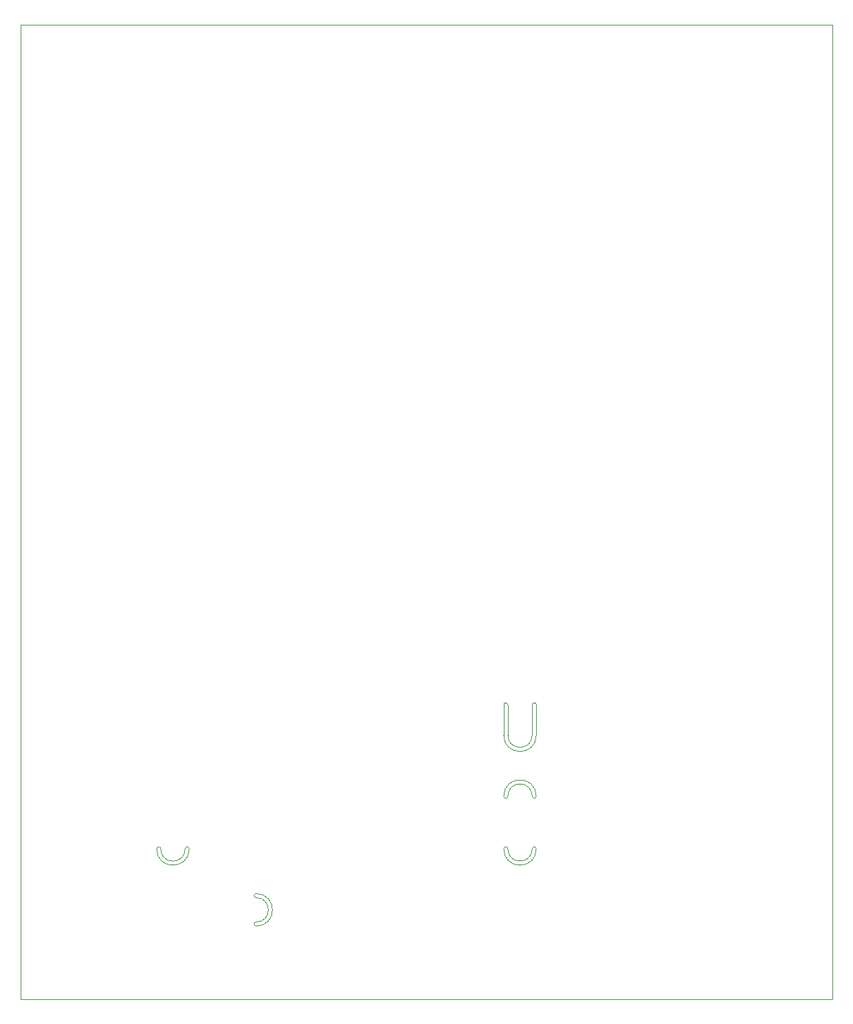
<source format=gbr>
%TF.GenerationSoftware,KiCad,Pcbnew,7.0.1*%
%TF.CreationDate,2023-04-12T20:57:29-06:00*%
%TF.ProjectId,Panoptes,50616e6f-7074-4657-932e-6b696361645f,3.0*%
%TF.SameCoordinates,PX16e3600PY1ba8140*%
%TF.FileFunction,Profile,NP*%
%FSLAX46Y46*%
G04 Gerber Fmt 4.6, Leading zero omitted, Abs format (unit mm)*
G04 Created by KiCad (PCBNEW 7.0.1) date 2023-04-12 20:57:29*
%MOMM*%
%LPD*%
G01*
G04 APERTURE LIST*
%TA.AperFunction,Profile*%
%ADD10C,0.100000*%
%TD*%
G04 APERTURE END LIST*
D10*
X17250000Y-101500000D02*
G75*
G03*
X20250000Y-101500000I1500000J0D01*
G01*
X63500000Y-83750000D02*
G75*
G03*
X63000000Y-83750000I-250000J0D01*
G01*
X29000000Y-110500000D02*
G75*
G03*
X29000000Y-111000000I0J-250000D01*
G01*
X29000000Y-110500000D02*
G75*
G03*
X29000000Y-107500000I0J1500000D01*
G01*
X63000000Y-87500000D02*
X63000000Y-83750000D01*
X60000000Y-101500000D02*
G75*
G03*
X63000000Y-101500000I1500000J0D01*
G01*
X60000000Y-87500000D02*
X60000000Y-83750000D01*
X0Y0D02*
X100000000Y0D01*
X100000000Y-120000000D01*
X0Y-120000000D01*
X0Y0D01*
X63000000Y-95000000D02*
G75*
G03*
X63500000Y-95000000I250000J0D01*
G01*
X59500000Y-95000000D02*
G75*
G03*
X60000000Y-95000000I250000J0D01*
G01*
X60000000Y-83750000D02*
G75*
G03*
X59500000Y-83750000I-250000J0D01*
G01*
X63500000Y-83750000D02*
X63500000Y-87500000D01*
X59500000Y-87500000D02*
G75*
G03*
X63500000Y-87500000I2000000J0D01*
G01*
X60000000Y-101500000D02*
G75*
G03*
X59500000Y-101500000I-250000J0D01*
G01*
X63500000Y-101500000D02*
G75*
G03*
X63000000Y-101500000I-250000J0D01*
G01*
X29000000Y-111000000D02*
G75*
G03*
X29000000Y-107000000I0J2000000D01*
G01*
X59500000Y-87500000D02*
X59500000Y-83750000D01*
X63500000Y-95000000D02*
G75*
G03*
X59500000Y-95000000I-2000000J0D01*
G01*
X60000000Y-87500000D02*
G75*
G03*
X63000000Y-87500000I1500000J0D01*
G01*
X63000000Y-95000000D02*
G75*
G03*
X60000000Y-95000000I-1500000J0D01*
G01*
X17250000Y-101500000D02*
G75*
G03*
X16750000Y-101500000I-250000J0D01*
G01*
X59500000Y-101500000D02*
G75*
G03*
X63500000Y-101500000I2000000J0D01*
G01*
X29000000Y-107000000D02*
G75*
G03*
X29000000Y-107500000I0J-250000D01*
G01*
X16750000Y-101500000D02*
G75*
G03*
X20750000Y-101500000I2000000J0D01*
G01*
X20750000Y-101500000D02*
G75*
G03*
X20250000Y-101500000I-250000J0D01*
G01*
M02*

</source>
